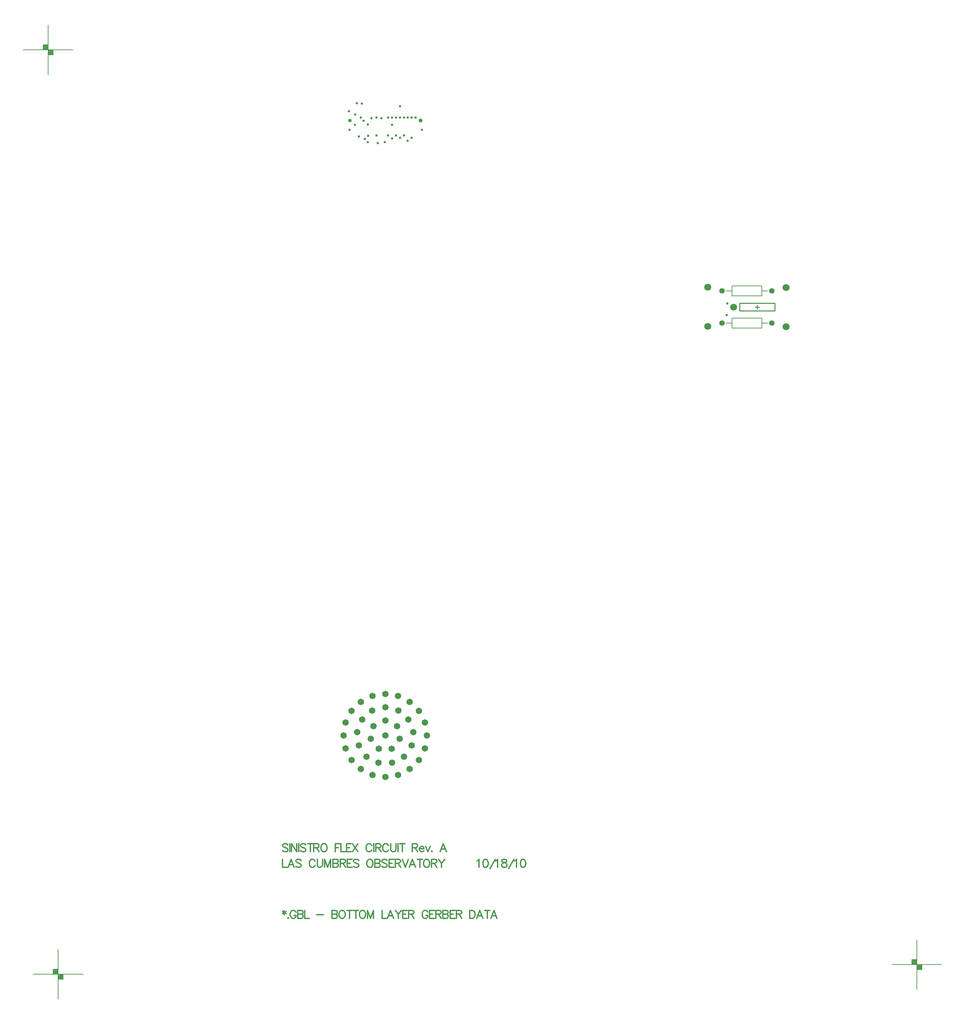
<source format=gbl>
%FSLAX25Y25*%
%MOIN*%
G70*
G01*
G75*
G04 Layer_Physical_Order=6*
G04 Layer_Color=16711680*
%ADD10C,0.01000*%
%ADD11R,0.05906X0.11811*%
%ADD12R,0.00984X0.03543*%
%ADD13R,0.06299X0.07087*%
%ADD14C,0.03000*%
%ADD15C,0.00800*%
%ADD16C,0.00500*%
%ADD17C,0.01201*%
%ADD18C,0.01200*%
%ADD19C,0.01201*%
%ADD20C,0.07000*%
%ADD21C,0.06500*%
%ADD22C,0.03937*%
%ADD23C,0.03543*%
%ADD24C,0.05512*%
%ADD25C,0.07087*%
%ADD26C,0.02400*%
%ADD27C,0.00700*%
%ADD28C,0.01500*%
%ADD29C,0.00787*%
D10*
X406987Y-215020D02*
Y-207146D01*
X442420D01*
Y-215020D02*
Y-207146D01*
X406987Y-215020D02*
X442420D01*
X422735Y-211083D02*
X424704D01*
Y-209115D01*
Y-213052D02*
Y-209115D01*
Y-213052D02*
Y-211083D01*
X426672D01*
D15*
X-302264Y-881004D02*
X-252264D01*
X-277264Y-906004D02*
Y-856004D01*
X-282264Y-876004D02*
X-282264Y-881004D01*
X-282264Y-876004D02*
X-277264Y-876004D01*
X-272264Y-881004D02*
X-272264Y-886004D01*
X-277264Y-886004D02*
X-272264Y-886004D01*
X-276764Y-881504D02*
X-272764D01*
Y-885504D02*
Y-881504D01*
X-276764Y-885504D02*
X-272764D01*
X-276764D02*
Y-881504D01*
X-276264Y-882004D02*
X-273264D01*
Y-885004D02*
Y-882004D01*
X-276264Y-885004D02*
X-273264D01*
X-276264D02*
Y-882504D01*
X-275764D02*
X-273764D01*
X-273764Y-884504D01*
X-275764Y-884504D02*
X-273764Y-884504D01*
X-275764Y-884504D02*
Y-883004D01*
X-275264Y-883004D02*
X-274264Y-883004D01*
Y-884004D02*
Y-883004D01*
X-275264Y-884004D02*
X-274264D01*
X-275264D02*
X-275264Y-883004D01*
Y-883504D02*
X-274264D01*
X-281764Y-876504D02*
X-277764D01*
Y-880504D02*
Y-876504D01*
X-281764Y-880504D02*
X-277764D01*
X-281764D02*
Y-876504D01*
X-281264Y-877004D02*
X-278264D01*
Y-880004D02*
Y-877004D01*
X-281264Y-880004D02*
X-278264D01*
X-281264D02*
Y-877504D01*
X-280764D02*
X-278764Y-877504D01*
Y-879504D02*
Y-877504D01*
X-280764Y-879504D02*
X-278764D01*
X-280764D02*
Y-878004D01*
X-280264D02*
X-279264D01*
X-279264Y-879004D02*
X-279264Y-878004D01*
X-280264Y-879004D02*
X-279264Y-879004D01*
X-280264Y-879004D02*
Y-878004D01*
Y-878504D02*
X-279264D01*
X-312205Y47264D02*
X-262205D01*
X-287205Y22264D02*
Y72264D01*
X-292205Y52264D02*
X-292205Y47264D01*
X-292205Y52264D02*
X-287205Y52264D01*
X-282205Y47264D02*
X-282205Y42264D01*
X-287205Y42264D02*
X-282205Y42264D01*
X-286705Y46764D02*
X-282705D01*
Y42764D02*
Y46764D01*
X-286705Y42764D02*
X-282705D01*
X-286705D02*
Y46764D01*
X-286205Y46264D02*
X-283205D01*
Y43264D02*
Y46264D01*
X-286205Y43264D02*
X-283205D01*
X-286205D02*
Y45764D01*
X-285705D02*
X-283705D01*
X-283705Y43764D01*
X-285705Y43764D02*
X-283705Y43764D01*
X-285705Y43764D02*
Y45264D01*
X-285205Y45264D02*
X-284205Y45264D01*
Y44264D02*
Y45264D01*
X-285205Y44264D02*
X-284205D01*
X-285205D02*
X-285205Y45264D01*
Y44764D02*
X-284205D01*
X-291705Y51764D02*
X-287705D01*
Y47764D02*
Y51764D01*
X-291705Y47764D02*
X-287705D01*
X-291705D02*
Y51764D01*
X-291205Y51264D02*
X-288205D01*
Y48264D02*
Y51264D01*
X-291205Y48264D02*
X-288205D01*
X-291205D02*
Y50764D01*
X-290705D02*
X-288705Y50764D01*
Y48764D02*
Y50764D01*
X-290705Y48764D02*
X-288705D01*
X-290705D02*
Y50264D01*
X-290205D02*
X-289205D01*
X-289205Y49264D02*
X-289205Y50264D01*
X-290205Y49264D02*
X-289205Y49264D01*
X-290205Y49264D02*
Y50264D01*
Y49764D02*
X-289205D01*
X559941Y-871142D02*
X609941D01*
X584941Y-896142D02*
Y-846142D01*
X579941Y-866142D02*
X579941Y-871142D01*
X579941Y-866142D02*
X584941Y-866142D01*
X589941Y-871142D02*
X589941Y-876142D01*
X584941Y-876142D02*
X589941Y-876142D01*
X585441Y-871642D02*
X589441D01*
Y-875642D02*
Y-871642D01*
X585441Y-875642D02*
X589441D01*
X585441D02*
Y-871642D01*
X585941Y-872142D02*
X588941D01*
Y-875142D02*
Y-872142D01*
X585941Y-875142D02*
X588941D01*
X585941D02*
Y-872642D01*
X586441D02*
X588441D01*
X588441Y-874642D01*
X586441Y-874642D02*
X588441Y-874642D01*
X586441Y-874642D02*
Y-873142D01*
X586941Y-873142D02*
X587941Y-873142D01*
Y-874142D02*
Y-873142D01*
X586941Y-874142D02*
X587941D01*
X586941D02*
X586941Y-873142D01*
Y-873642D02*
X587941D01*
X580441Y-866642D02*
X584441D01*
Y-870642D02*
Y-866642D01*
X580441Y-870642D02*
X584441D01*
X580441D02*
Y-866642D01*
X580941Y-867142D02*
X583941D01*
Y-870142D02*
Y-867142D01*
X580941Y-870142D02*
X583941D01*
X580941D02*
Y-867642D01*
X581441D02*
X583441Y-867642D01*
Y-869642D02*
Y-867642D01*
X581441Y-869642D02*
X583441D01*
X581441D02*
Y-868142D01*
X581941D02*
X582941D01*
X582941Y-869142D02*
X582941Y-868142D01*
X581941Y-869142D02*
X582941Y-869142D01*
X581941Y-869142D02*
Y-868142D01*
Y-868642D02*
X582941D01*
D17*
X-50261Y-816805D02*
Y-821375D01*
X-52165Y-817947D02*
X-48357Y-820233D01*
Y-817947D02*
X-52165Y-820233D01*
X-46338Y-824041D02*
X-46719Y-824422D01*
X-46338Y-824803D01*
X-45957Y-824422D01*
X-46338Y-824041D01*
X-38492Y-818709D02*
X-38873Y-817947D01*
X-39635Y-817186D01*
X-40396Y-816805D01*
X-41920D01*
X-42682Y-817186D01*
X-43443Y-817947D01*
X-43824Y-818709D01*
X-44205Y-819852D01*
Y-821756D01*
X-43824Y-822899D01*
X-43443Y-823660D01*
X-42682Y-824422D01*
X-41920Y-824803D01*
X-40396D01*
X-39635Y-824422D01*
X-38873Y-823660D01*
X-38492Y-822899D01*
Y-821756D01*
X-40396D02*
X-38492D01*
X-36664Y-816805D02*
Y-824803D01*
Y-816805D02*
X-33236D01*
X-32094Y-817186D01*
X-31713Y-817567D01*
X-31332Y-818328D01*
Y-819090D01*
X-31713Y-819852D01*
X-32094Y-820233D01*
X-33236Y-820614D01*
X-36664D02*
X-33236D01*
X-32094Y-820994D01*
X-31713Y-821375D01*
X-31332Y-822137D01*
Y-823280D01*
X-31713Y-824041D01*
X-32094Y-824422D01*
X-33236Y-824803D01*
X-36664D01*
X-29542Y-816805D02*
Y-824803D01*
X-24971D01*
X-17811Y-821375D02*
X-10955D01*
X-2309Y-816805D02*
Y-824803D01*
Y-816805D02*
X1118D01*
X2261Y-817186D01*
X2642Y-817567D01*
X3023Y-818328D01*
Y-819090D01*
X2642Y-819852D01*
X2261Y-820233D01*
X1118Y-820614D01*
X-2309D02*
X1118D01*
X2261Y-820994D01*
X2642Y-821375D01*
X3023Y-822137D01*
Y-823280D01*
X2642Y-824041D01*
X2261Y-824422D01*
X1118Y-824803D01*
X-2309D01*
X7098Y-816805D02*
X6336Y-817186D01*
X5575Y-817947D01*
X5194Y-818709D01*
X4813Y-819852D01*
Y-821756D01*
X5194Y-822899D01*
X5575Y-823660D01*
X6336Y-824422D01*
X7098Y-824803D01*
X8622D01*
X9383Y-824422D01*
X10145Y-823660D01*
X10526Y-822899D01*
X10907Y-821756D01*
Y-819852D01*
X10526Y-818709D01*
X10145Y-817947D01*
X9383Y-817186D01*
X8622Y-816805D01*
X7098D01*
X15439D02*
Y-824803D01*
X12773Y-816805D02*
X18105D01*
X21724D02*
Y-824803D01*
X19058Y-816805D02*
X24390D01*
X27627D02*
X26865Y-817186D01*
X26104Y-817947D01*
X25723Y-818709D01*
X25342Y-819852D01*
Y-821756D01*
X25723Y-822899D01*
X26104Y-823660D01*
X26865Y-824422D01*
X27627Y-824803D01*
X29151D01*
X29912Y-824422D01*
X30674Y-823660D01*
X31055Y-822899D01*
X31436Y-821756D01*
Y-819852D01*
X31055Y-818709D01*
X30674Y-817947D01*
X29912Y-817186D01*
X29151Y-816805D01*
X27627D01*
X33302D02*
Y-824803D01*
Y-816805D02*
X36349Y-824803D01*
X39396Y-816805D02*
X36349Y-824803D01*
X39396Y-816805D02*
Y-824803D01*
X47966Y-816805D02*
Y-824803D01*
X52536D01*
X59506D02*
X56459Y-816805D01*
X53412Y-824803D01*
X54555Y-822137D02*
X58363D01*
X61372Y-816805D02*
X64419Y-820614D01*
Y-824803D01*
X67466Y-816805D02*
X64419Y-820614D01*
X73446Y-816805D02*
X68494D01*
Y-824803D01*
X73446D01*
X68494Y-820614D02*
X71542D01*
X74779Y-816805D02*
Y-824803D01*
Y-816805D02*
X78207D01*
X79349Y-817186D01*
X79730Y-817567D01*
X80111Y-818328D01*
Y-819090D01*
X79730Y-819852D01*
X79349Y-820233D01*
X78207Y-820614D01*
X74779D01*
X77445D02*
X80111Y-824803D01*
X93899Y-818709D02*
X93518Y-817947D01*
X92756Y-817186D01*
X91994Y-816805D01*
X90471D01*
X89709Y-817186D01*
X88947Y-817947D01*
X88566Y-818709D01*
X88186Y-819852D01*
Y-821756D01*
X88566Y-822899D01*
X88947Y-823660D01*
X89709Y-824422D01*
X90471Y-824803D01*
X91994D01*
X92756Y-824422D01*
X93518Y-823660D01*
X93899Y-822899D01*
Y-821756D01*
X91994D02*
X93899D01*
X100678Y-816805D02*
X95727D01*
Y-824803D01*
X100678D01*
X95727Y-820614D02*
X98774D01*
X102011Y-816805D02*
Y-824803D01*
Y-816805D02*
X105439D01*
X106582Y-817186D01*
X106963Y-817567D01*
X107343Y-818328D01*
Y-819090D01*
X106963Y-819852D01*
X106582Y-820233D01*
X105439Y-820614D01*
X102011D01*
X104677D02*
X107343Y-824803D01*
X109133Y-816805D02*
Y-824803D01*
Y-816805D02*
X112561D01*
X113704Y-817186D01*
X114085Y-817567D01*
X114466Y-818328D01*
Y-819090D01*
X114085Y-819852D01*
X113704Y-820233D01*
X112561Y-820614D01*
X109133D02*
X112561D01*
X113704Y-820994D01*
X114085Y-821375D01*
X114466Y-822137D01*
Y-823280D01*
X114085Y-824041D01*
X113704Y-824422D01*
X112561Y-824803D01*
X109133D01*
X121207Y-816805D02*
X116256D01*
Y-824803D01*
X121207D01*
X116256Y-820614D02*
X119303D01*
X122540Y-816805D02*
Y-824803D01*
Y-816805D02*
X125968D01*
X127111Y-817186D01*
X127491Y-817567D01*
X127872Y-818328D01*
Y-819090D01*
X127491Y-819852D01*
X127111Y-820233D01*
X125968Y-820614D01*
X122540D01*
X125206D02*
X127872Y-824803D01*
X135947Y-816805D02*
Y-824803D01*
Y-816805D02*
X138613D01*
X139755Y-817186D01*
X140517Y-817947D01*
X140898Y-818709D01*
X141279Y-819852D01*
Y-821756D01*
X140898Y-822899D01*
X140517Y-823660D01*
X139755Y-824422D01*
X138613Y-824803D01*
X135947D01*
X149163D02*
X146116Y-816805D01*
X143069Y-824803D01*
X144212Y-822137D02*
X148020D01*
X153695Y-816805D02*
Y-824803D01*
X151029Y-816805D02*
X156361D01*
X163408Y-824803D02*
X160361Y-816805D01*
X157314Y-824803D01*
X158456Y-822137D02*
X162265D01*
D18*
X-46609Y-751128D02*
X-47371Y-750366D01*
X-48513Y-749985D01*
X-50037D01*
X-51179Y-750366D01*
X-51941Y-751128D01*
Y-751890D01*
X-51560Y-752651D01*
X-51179Y-753032D01*
X-50418Y-753413D01*
X-48132Y-754175D01*
X-47371Y-754556D01*
X-46990Y-754937D01*
X-46609Y-755698D01*
Y-756841D01*
X-47371Y-757603D01*
X-48513Y-757983D01*
X-50037D01*
X-51179Y-757603D01*
X-51941Y-756841D01*
X-44819Y-749985D02*
Y-757983D01*
X-43143Y-749985D02*
Y-757983D01*
Y-749985D02*
X-37811Y-757983D01*
Y-749985D02*
Y-757983D01*
X-35602Y-749985D02*
Y-757983D01*
X-28594Y-751128D02*
X-29355Y-750366D01*
X-30498Y-749985D01*
X-32021D01*
X-33164Y-750366D01*
X-33926Y-751128D01*
Y-751890D01*
X-33545Y-752651D01*
X-33164Y-753032D01*
X-32402Y-753413D01*
X-30117Y-754175D01*
X-29355Y-754556D01*
X-28975Y-754937D01*
X-28594Y-755698D01*
Y-756841D01*
X-29355Y-757603D01*
X-30498Y-757983D01*
X-32021D01*
X-33164Y-757603D01*
X-33926Y-756841D01*
X-24137Y-749985D02*
Y-757983D01*
X-26804Y-749985D02*
X-21471D01*
X-20519D02*
Y-757983D01*
Y-749985D02*
X-17091D01*
X-15949Y-750366D01*
X-15568Y-750747D01*
X-15187Y-751509D01*
Y-752270D01*
X-15568Y-753032D01*
X-15949Y-753413D01*
X-17091Y-753794D01*
X-20519D01*
X-17853D02*
X-15187Y-757983D01*
X-11112Y-749985D02*
X-11873Y-750366D01*
X-12635Y-751128D01*
X-13016Y-751890D01*
X-13397Y-753032D01*
Y-754937D01*
X-13016Y-756079D01*
X-12635Y-756841D01*
X-11873Y-757603D01*
X-11112Y-757983D01*
X-9588D01*
X-8826Y-757603D01*
X-8065Y-756841D01*
X-7684Y-756079D01*
X-7303Y-754937D01*
Y-753032D01*
X-7684Y-751890D01*
X-8065Y-751128D01*
X-8826Y-750366D01*
X-9588Y-749985D01*
X-11112D01*
X848D02*
Y-757983D01*
Y-749985D02*
X5799D01*
X848Y-753794D02*
X3895D01*
X6713Y-749985D02*
Y-757983D01*
X11283D01*
X17111Y-749985D02*
X12160D01*
Y-757983D01*
X17111D01*
X12160Y-753794D02*
X15206D01*
X18444Y-749985D02*
X23776Y-757983D01*
Y-749985D02*
X18444Y-757983D01*
X37564Y-751890D02*
X37183Y-751128D01*
X36421Y-750366D01*
X35659Y-749985D01*
X34136D01*
X33374Y-750366D01*
X32612Y-751128D01*
X32231Y-751890D01*
X31850Y-753032D01*
Y-754937D01*
X32231Y-756079D01*
X32612Y-756841D01*
X33374Y-757603D01*
X34136Y-757983D01*
X35659D01*
X36421Y-757603D01*
X37183Y-756841D01*
X37564Y-756079D01*
X39811Y-749985D02*
Y-757983D01*
X41487Y-749985D02*
Y-757983D01*
Y-749985D02*
X44914D01*
X46057Y-750366D01*
X46438Y-750747D01*
X46819Y-751509D01*
Y-752270D01*
X46438Y-753032D01*
X46057Y-753413D01*
X44914Y-753794D01*
X41487D01*
X44153D02*
X46819Y-757983D01*
X54322Y-751890D02*
X53941Y-751128D01*
X53179Y-750366D01*
X52418Y-749985D01*
X50894D01*
X50132Y-750366D01*
X49371Y-751128D01*
X48990Y-751890D01*
X48609Y-753032D01*
Y-754937D01*
X48990Y-756079D01*
X49371Y-756841D01*
X50132Y-757603D01*
X50894Y-757983D01*
X52418D01*
X53179Y-757603D01*
X53941Y-756841D01*
X54322Y-756079D01*
X56569Y-749985D02*
Y-755698D01*
X56950Y-756841D01*
X57712Y-757603D01*
X58854Y-757983D01*
X59616D01*
X60759Y-757603D01*
X61520Y-756841D01*
X61901Y-755698D01*
Y-749985D01*
X64110D02*
Y-757983D01*
X68452Y-749985D02*
Y-757983D01*
X65786Y-749985D02*
X71118D01*
X78355D02*
Y-757983D01*
Y-749985D02*
X81783D01*
X82925Y-750366D01*
X83306Y-750747D01*
X83687Y-751509D01*
Y-752270D01*
X83306Y-753032D01*
X82925Y-753413D01*
X81783Y-753794D01*
X78355D01*
X81021D02*
X83687Y-757983D01*
X85477Y-754937D02*
X90048D01*
Y-754175D01*
X89667Y-753413D01*
X89286Y-753032D01*
X88524Y-752651D01*
X87382D01*
X86620Y-753032D01*
X85858Y-753794D01*
X85477Y-754937D01*
Y-755698D01*
X85858Y-756841D01*
X86620Y-757603D01*
X87382Y-757983D01*
X88524D01*
X89286Y-757603D01*
X90048Y-756841D01*
X91761Y-752651D02*
X94047Y-757983D01*
X96332Y-752651D02*
X94047Y-757983D01*
X98008Y-757222D02*
X97627Y-757603D01*
X98008Y-757983D01*
X98389Y-757603D01*
X98008Y-757222D01*
X112519Y-757983D02*
X109472Y-749985D01*
X106425Y-757983D01*
X107568Y-755317D02*
X111376D01*
D19*
X-51940Y-765620D02*
Y-773618D01*
X-47370D01*
X-40400D02*
X-43447Y-765620D01*
X-46494Y-773618D01*
X-45351Y-770952D02*
X-41542D01*
X-33201Y-766762D02*
X-33963Y-766001D01*
X-35106Y-765620D01*
X-36629D01*
X-37772Y-766001D01*
X-38534Y-766762D01*
Y-767524D01*
X-38153Y-768286D01*
X-37772Y-768667D01*
X-37010Y-769048D01*
X-34725Y-769809D01*
X-33963Y-770190D01*
X-33582Y-770571D01*
X-33201Y-771333D01*
Y-772475D01*
X-33963Y-773237D01*
X-35106Y-773618D01*
X-36629D01*
X-37772Y-773237D01*
X-38534Y-772475D01*
X-19414Y-767524D02*
X-19795Y-766762D01*
X-20557Y-766001D01*
X-21318Y-765620D01*
X-22842D01*
X-23603Y-766001D01*
X-24365Y-766762D01*
X-24746Y-767524D01*
X-25127Y-768667D01*
Y-770571D01*
X-24746Y-771714D01*
X-24365Y-772475D01*
X-23603Y-773237D01*
X-22842Y-773618D01*
X-21318D01*
X-20557Y-773237D01*
X-19795Y-772475D01*
X-19414Y-771714D01*
X-17167Y-765620D02*
Y-771333D01*
X-16786Y-772475D01*
X-16024Y-773237D01*
X-14882Y-773618D01*
X-14120D01*
X-12977Y-773237D01*
X-12215Y-772475D01*
X-11834Y-771333D01*
Y-765620D01*
X-9625D02*
Y-773618D01*
Y-765620D02*
X-6578Y-773618D01*
X-3531Y-765620D02*
X-6578Y-773618D01*
X-3531Y-765620D02*
Y-773618D01*
X-1246Y-765620D02*
Y-773618D01*
Y-765620D02*
X2182D01*
X3324Y-766001D01*
X3705Y-766382D01*
X4086Y-767143D01*
Y-767905D01*
X3705Y-768667D01*
X3324Y-769048D01*
X2182Y-769429D01*
X-1246D02*
X2182D01*
X3324Y-769809D01*
X3705Y-770190D01*
X4086Y-770952D01*
Y-772095D01*
X3705Y-772856D01*
X3324Y-773237D01*
X2182Y-773618D01*
X-1246D01*
X5876Y-765620D02*
Y-773618D01*
Y-765620D02*
X9304D01*
X10446Y-766001D01*
X10827Y-766382D01*
X11208Y-767143D01*
Y-767905D01*
X10827Y-768667D01*
X10446Y-769048D01*
X9304Y-769429D01*
X5876D01*
X8542D02*
X11208Y-773618D01*
X17950Y-765620D02*
X12998D01*
Y-773618D01*
X17950D01*
X12998Y-769429D02*
X16045D01*
X24615Y-766762D02*
X23853Y-766001D01*
X22711Y-765620D01*
X21187D01*
X20044Y-766001D01*
X19283Y-766762D01*
Y-767524D01*
X19663Y-768286D01*
X20044Y-768667D01*
X20806Y-769048D01*
X23091Y-769809D01*
X23853Y-770190D01*
X24234Y-770571D01*
X24615Y-771333D01*
Y-772475D01*
X23853Y-773237D01*
X22711Y-773618D01*
X21187D01*
X20044Y-773237D01*
X19283Y-772475D01*
X34975Y-765620D02*
X34213Y-766001D01*
X33451Y-766762D01*
X33070Y-767524D01*
X32689Y-768667D01*
Y-770571D01*
X33070Y-771714D01*
X33451Y-772475D01*
X34213Y-773237D01*
X34975Y-773618D01*
X36498D01*
X37260Y-773237D01*
X38021Y-772475D01*
X38402Y-771714D01*
X38783Y-770571D01*
Y-768667D01*
X38402Y-767524D01*
X38021Y-766762D01*
X37260Y-766001D01*
X36498Y-765620D01*
X34975D01*
X40650D02*
Y-773618D01*
Y-765620D02*
X44077D01*
X45220Y-766001D01*
X45601Y-766382D01*
X45982Y-767143D01*
Y-767905D01*
X45601Y-768667D01*
X45220Y-769048D01*
X44077Y-769429D01*
X40650D02*
X44077D01*
X45220Y-769809D01*
X45601Y-770190D01*
X45982Y-770952D01*
Y-772095D01*
X45601Y-772856D01*
X45220Y-773237D01*
X44077Y-773618D01*
X40650D01*
X53104Y-766762D02*
X52342Y-766001D01*
X51200Y-765620D01*
X49676D01*
X48533Y-766001D01*
X47772Y-766762D01*
Y-767524D01*
X48153Y-768286D01*
X48533Y-768667D01*
X49295Y-769048D01*
X51581Y-769809D01*
X52342Y-770190D01*
X52723Y-770571D01*
X53104Y-771333D01*
Y-772475D01*
X52342Y-773237D01*
X51200Y-773618D01*
X49676D01*
X48533Y-773237D01*
X47772Y-772475D01*
X59845Y-765620D02*
X54894D01*
Y-773618D01*
X59845D01*
X54894Y-769429D02*
X57941D01*
X61178Y-765620D02*
Y-773618D01*
Y-765620D02*
X64606D01*
X65749Y-766001D01*
X66130Y-766382D01*
X66511Y-767143D01*
Y-767905D01*
X66130Y-768667D01*
X65749Y-769048D01*
X64606Y-769429D01*
X61178D01*
X63845D02*
X66511Y-773618D01*
X68301Y-765620D02*
X71348Y-773618D01*
X74395Y-765620D02*
X71348Y-773618D01*
X81517D02*
X78470Y-765620D01*
X75423Y-773618D01*
X76566Y-770952D02*
X80374D01*
X86049Y-765620D02*
Y-773618D01*
X83383Y-765620D02*
X88715D01*
X91953D02*
X91191Y-766001D01*
X90429Y-766762D01*
X90048Y-767524D01*
X89667Y-768667D01*
Y-770571D01*
X90048Y-771714D01*
X90429Y-772475D01*
X91191Y-773237D01*
X91953Y-773618D01*
X93476D01*
X94238Y-773237D01*
X95000Y-772475D01*
X95381Y-771714D01*
X95762Y-770571D01*
Y-768667D01*
X95381Y-767524D01*
X95000Y-766762D01*
X94238Y-766001D01*
X93476Y-765620D01*
X91953D01*
X97628D02*
Y-773618D01*
Y-765620D02*
X101056D01*
X102198Y-766001D01*
X102579Y-766382D01*
X102960Y-767143D01*
Y-767905D01*
X102579Y-768667D01*
X102198Y-769048D01*
X101056Y-769429D01*
X97628D01*
X100294D02*
X102960Y-773618D01*
X104750Y-765620D02*
X107797Y-769429D01*
Y-773618D01*
X110844Y-765620D02*
X107797Y-769429D01*
X143294Y-767143D02*
X144056Y-766762D01*
X145199Y-765620D01*
Y-773618D01*
X151445Y-765620D02*
X150302Y-766001D01*
X149540Y-767143D01*
X149160Y-769048D01*
Y-770190D01*
X149540Y-772095D01*
X150302Y-773237D01*
X151445Y-773618D01*
X152207D01*
X153349Y-773237D01*
X154111Y-772095D01*
X154492Y-770190D01*
Y-769048D01*
X154111Y-767143D01*
X153349Y-766001D01*
X152207Y-765620D01*
X151445D01*
X156282Y-774761D02*
X161614Y-765620D01*
X162147Y-767143D02*
X162909Y-766762D01*
X164052Y-765620D01*
Y-773618D01*
X169917Y-765620D02*
X168774Y-766001D01*
X168394Y-766762D01*
Y-767524D01*
X168774Y-768286D01*
X169536Y-768667D01*
X171060Y-769048D01*
X172202Y-769429D01*
X172964Y-770190D01*
X173345Y-770952D01*
Y-772095D01*
X172964Y-772856D01*
X172583Y-773237D01*
X171440Y-773618D01*
X169917D01*
X168774Y-773237D01*
X168394Y-772856D01*
X168013Y-772095D01*
Y-770952D01*
X168394Y-770190D01*
X169155Y-769429D01*
X170298Y-769048D01*
X171821Y-768667D01*
X172583Y-768286D01*
X172964Y-767524D01*
Y-766762D01*
X172583Y-766001D01*
X171440Y-765620D01*
X169917D01*
X175135Y-774761D02*
X180467Y-765620D01*
X181000Y-767143D02*
X181762Y-766762D01*
X182905Y-765620D01*
Y-773618D01*
X189151Y-765620D02*
X188008Y-766001D01*
X187247Y-767143D01*
X186866Y-769048D01*
Y-770190D01*
X187247Y-772095D01*
X188008Y-773237D01*
X189151Y-773618D01*
X189913D01*
X191055Y-773237D01*
X191817Y-772095D01*
X192198Y-770190D01*
Y-769048D01*
X191817Y-767143D01*
X191055Y-766001D01*
X189913Y-765620D01*
X189151D01*
D20*
X401082Y-211083D02*
D03*
D21*
X64097Y-601447D02*
D03*
X75750Y-607384D02*
D03*
X84997Y-616632D02*
D03*
X90934Y-628284D02*
D03*
X92980Y-641201D02*
D03*
X90934Y-654118D02*
D03*
X84997Y-665771D02*
D03*
X75750Y-675018D02*
D03*
X64097Y-680955D02*
D03*
X51180Y-683001D02*
D03*
X38263Y-680955D02*
D03*
X26611Y-675018D02*
D03*
X17363Y-665771D02*
D03*
X11426Y-654118D02*
D03*
X9380Y-641201D02*
D03*
X11426Y-628284D02*
D03*
X17363Y-616632D02*
D03*
X26611Y-607384D02*
D03*
X38263Y-601447D02*
D03*
X51180Y-599401D02*
D03*
X64334Y-616144D02*
D03*
X74472Y-625126D02*
D03*
X79274Y-637792D02*
D03*
X77641Y-651238D02*
D03*
X69946Y-662385D02*
D03*
X57952Y-668679D02*
D03*
X44407Y-668679D02*
D03*
X32413Y-662384D02*
D03*
X24719Y-651236D02*
D03*
X23087Y-637790D02*
D03*
X27890Y-625125D02*
D03*
X38029Y-616143D02*
D03*
X51180Y-612901D02*
D03*
X62908Y-631850D02*
D03*
X65804Y-644540D02*
D03*
X57688Y-654716D02*
D03*
X44672Y-654716D02*
D03*
X36556Y-644539D02*
D03*
X39453Y-631849D02*
D03*
X51180Y-626201D02*
D03*
Y-641201D02*
D03*
D22*
X86613Y-23819D02*
D03*
D23*
X15747D02*
D03*
D24*
X439271Y-194941D02*
D03*
X389271D02*
D03*
Y-227225D02*
D03*
X439271D02*
D03*
D25*
X453641Y-191398D02*
D03*
Y-230768D02*
D03*
X374901Y-230670D02*
D03*
Y-191300D02*
D03*
D26*
X50590Y-45433D02*
D03*
X42322Y-38937D02*
D03*
X394582Y-207709D02*
D03*
X15157Y-33229D02*
D03*
X77657Y-41103D02*
D03*
X24605Y-39823D02*
D03*
X47243Y-21615D02*
D03*
X37401D02*
D03*
X69881Y-38839D02*
D03*
X30609Y-42382D02*
D03*
X62007Y-20827D02*
D03*
Y-38741D02*
D03*
X33759Y-45532D02*
D03*
X73818Y-44056D02*
D03*
X33759Y-28012D02*
D03*
X58070Y-41890D02*
D03*
X42322Y-20827D02*
D03*
X54133Y-38839D02*
D03*
X77755Y-20827D02*
D03*
X81692D02*
D03*
X26574D02*
D03*
X65944D02*
D03*
X73818D02*
D03*
X29231Y-24174D02*
D03*
X69881Y-20827D02*
D03*
X58070D02*
D03*
X54133D02*
D03*
X65944Y-41103D02*
D03*
X394094Y-219252D02*
D03*
X22637Y-6594D02*
D03*
X34056Y-39271D02*
D03*
X43668Y-46656D02*
D03*
X88052Y-33169D02*
D03*
X14507Y-14468D02*
D03*
X21035Y-17744D02*
D03*
X27756Y-6890D02*
D03*
X66110Y-9508D02*
D03*
X20668Y-28209D02*
D03*
X58039Y-28308D02*
D03*
D29*
X399271Y-189941D02*
X429271D01*
Y-199941D02*
Y-189941D01*
X399271Y-199941D02*
X429271D01*
X399271D02*
Y-189941D01*
X429271Y-194941D02*
X435271D01*
X393271D02*
X399271D01*
Y-232225D02*
X429271D01*
X399271D02*
Y-222225D01*
X429271D01*
Y-232225D02*
Y-222225D01*
X393271Y-227225D02*
X399271D01*
X429271D02*
X435271D01*
M02*

</source>
